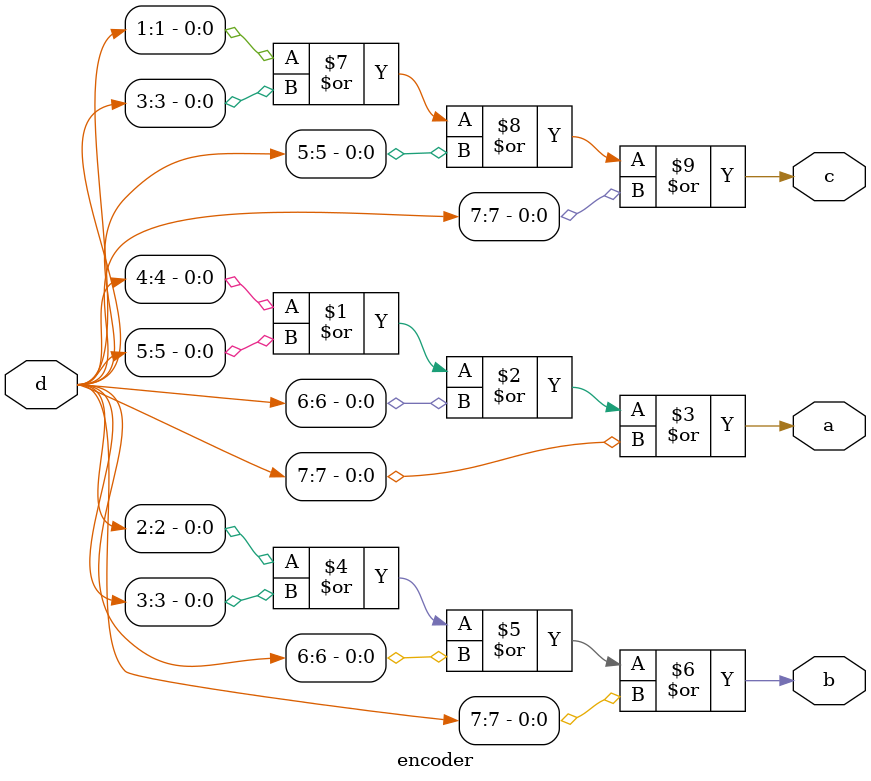
<source format=v>
module encoder(d,a,b,c);

input [7:0]d;

output a,b,c;

or (a,d[4],d[5],d[6],d[7]);

or (b,d[2],d[3],d[6],d[7]);

or (c,d[1],d[3],d[5],d[7]);

endmodule

</source>
